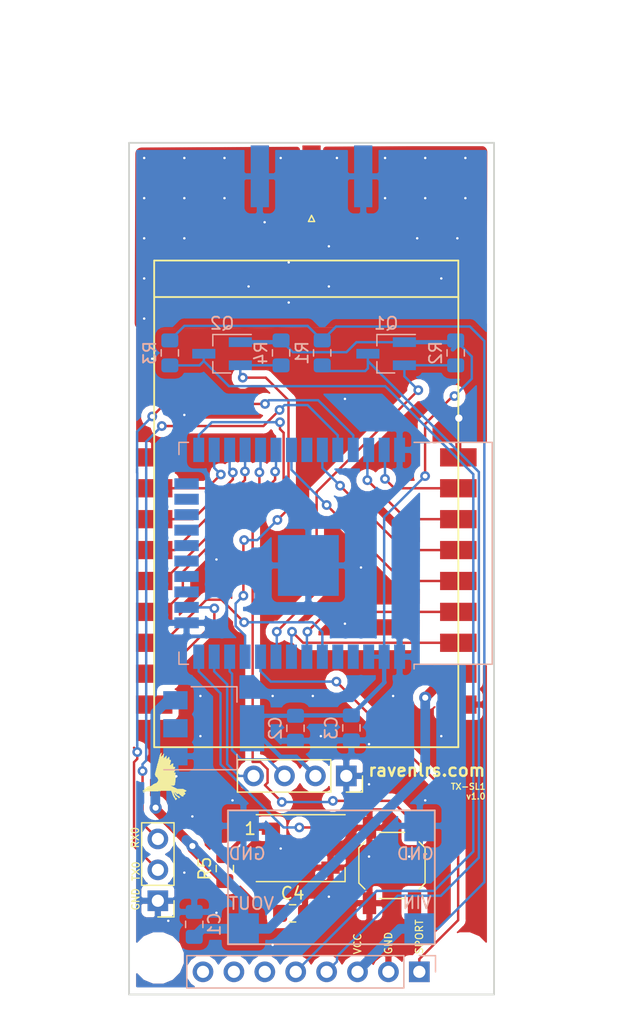
<source format=kicad_pcb>
(kicad_pcb (version 20171130) (host pcbnew "(5.0.1-3-g963ef8bb5)")
  (layers (0 F.Cu signal) (31 B.Cu signal) (34 B.Paste user) (35 F.Paste user) (36 B.SilkS user) (37 F.SilkS user) (38 B.Mask user) (39 F.Mask user) (44 Edge.Cuts user))
  (net 0 "")
  (net 1 +5V)
  (net 2 GND)
  (net 3 +3V3)
  (net 4 VCC)
  (net 5 RX0)
  (net 6 TX0)
  (net 7 IO0=SW1)
  (net 8 /LED_RGB_5V)
  (net 9 IO17=DIO3)
  (net 10 IO13=RST)
  (net 11 IO18=DIO1)
  (net 12 IO5=DIO2)
  (net 13 IO16=DIO4)
  (net 14 IO4=DIO5)
  (net 15 IO32=SCK)
  (net 16 IO35=MISO)
  (net 17 IO23=RXEN)
  (net 18 IO22=TXEN)
  (net 19 IO21=NSS)
  (net 20 IO19=MOSI)
  (net 21 IO27=SCREEN_SCL)
  (net 22 IO14=SCREEN_SDA)
  (net 23 IO25=SPORT)
  (net 24 IO34=DIO0)
  (net 25 /ANT)
  (net 26 /PXX_OUT)
  (net 27 /HEART_BEAT)
  (net 28 IO12=RGBLED)
  (net 29 IO33=HEART_BEAT_3V3)
  (net 30 IO26=PXX_OUT_3V3)
  (module MountingHole:MountingHole_3.2mm_M3_ISO7380 (layer F.Cu) (at 137.4 110.5)
    (fp_text reference REF** hide)
    (fp_text value MountingHole_3.2mm_M3_ISO7380)
    (pad 1 np_thru_hole circle (at 0 0) (size 3.2 3.2) (drill 3.2) (layers *.Cu *.Mask))
  )
  (module Connector_Coaxial:SMA_Amphenol_132289_EdgeMount (layer F.Cu) (at 150 46.2534 90)
    (fp_text reference AE1 hide)
    (fp_text value Antenna_Dipole)
    (pad 2 smd rect (at 0 4.25 180) (size 1.5 5.08) (layers B.Cu B.Paste B.Mask) (net 2 GND))
    (pad 2 smd rect (at 0 -4.25 180) (size 1.5 5.08) (layers B.Cu B.Paste B.Mask) (net 2 GND))
    (pad 2 smd rect (at 0 4.25 180) (size 1.5 5.08) (layers F.Cu F.Paste F.Mask) (net 2 GND))
    (pad 2 smd rect (at 0 -4.25 180) (size 1.5 5.08) (layers F.Cu F.Paste F.Mask) (net 2 GND))
    (pad 1 smd rect (at 0 0 180) (size 1.5 5.08) (layers F.Cu F.Paste F.Mask) (net 25 /ANT))
  )
  (module Raven:5VBEC (layer B.Cu) (at 143.1324 98.36912 270)
    (fp_text reference U1 hide)
    (fp_text value BEC)
    (fp_text user GND (at 3.5578 -15.4049 180) (layer B.SilkS) (effects (justify mirror)))
    (fp_text user VIN (at 7.58698 -15.53972 180) (layer B.SilkS) (effects (justify mirror)))
    (fp_text user VOUT (at 7.65302 -1.92532 180) (layer B.SilkS) (effects (justify mirror)))
    (fp_text user GND (at 3.5578 -1.5746 180) (layer B.SilkS) (effects (justify mirror)))
    (pad 1 smd rect (at 9.73 -15.77 270) (size 2.54 2.54) (layers B.Cu B.Paste B.Mask) (net 4 VCC))
    (pad 2 smd rect (at 1.27 -15.77 270) (size 2.54 2.54) (layers B.Cu B.Paste B.Mask) (net 2 GND))
    (pad 3 smd rect (at 9.73 -1.27 270) (size 2.54 2.54) (layers B.Cu B.Paste B.Mask) (net 1 +5V))
    (pad 4 smd rect (at 1.27 -1.27 270) (size 2.54 2.54) (layers B.Cu B.Paste B.Mask) (net 2 GND))
  )
  (module Capacitor_SMD:C_0805_2012Metric_Pad1.15x1.40mm_HandSolder (layer B.Cu) (at 140.3604 107.7378 90)
    (fp_text reference C1 (at 0 1.65 90) (layer B.SilkS) (effects (justify mirror)))
    (fp_text value 10u)
    (pad 2 smd roundrect (at 1.025 0 90) (size 1.15 1.4) (layers B.Cu B.Paste B.Mask) (roundrect_rratio 0.217391) (net 2 GND))
    (pad 1 smd roundrect (at -1.025 0 90) (size 1.15 1.4) (layers B.Cu B.Paste B.Mask) (roundrect_rratio 0.217391) (net 1 +5V))
  )
  (module Capacitor_SMD:C_0805_2012Metric_Pad1.15x1.40mm_HandSolder (layer B.Cu) (at 148.6789 91.6178 270)
    (fp_text reference C2 (at 0 1.65 270) (layer B.SilkS) (effects (justify mirror)))
    (fp_text value 10u)
    (pad 2 smd roundrect (at 1.025 0 270) (size 1.15 1.4) (layers B.Cu B.Paste B.Mask) (roundrect_rratio 0.217391) (net 2 GND))
    (pad 1 smd roundrect (at -1.025 0 270) (size 1.15 1.4) (layers B.Cu B.Paste B.Mask) (roundrect_rratio 0.217391) (net 3 +3V3))
  )
  (module Capacitor_SMD:C_0805_2012Metric_Pad1.15x1.40mm_HandSolder (layer B.Cu) (at 153.2763 91.5887 270)
    (fp_text reference C3 (at 0 1.65 270) (layer B.SilkS) (effects (justify mirror)))
    (fp_text value 100u)
    (pad 2 smd roundrect (at 1.025 0 270) (size 1.15 1.4) (layers B.Cu B.Paste B.Mask) (roundrect_rratio 0.217391) (net 2 GND))
    (pad 1 smd roundrect (at -1.025 0 270) (size 1.15 1.4) (layers B.Cu B.Paste B.Mask) (roundrect_rratio 0.217391) (net 3 +3V3))
  )
  (module Package_TO_SOT_SMD:SOT-223-3_TabPin2 (layer B.Cu) (at 141.961 91.6178)
    (fp_text reference U2 hide)
    (fp_text value AMS1117-3.3)
    (pad 1 smd rect (at -3.15 2.3) (size 2 1.5) (layers B.Cu B.Paste B.Mask) (net 2 GND))
    (pad 3 smd rect (at -3.15 -2.3) (size 2 1.5) (layers B.Cu B.Paste B.Mask) (net 1 +5V))
    (pad 2 smd rect (at -3.15 0) (size 2 1.5) (layers B.Cu B.Paste B.Mask))
    (pad 2 smd rect (at 3.15 0) (size 2 3.8) (layers B.Cu B.Paste B.Mask) (net 3 +3V3))
  )
  (module Raven:ESP32-WROOM-32 (layer B.Cu) (at 148.9837 77.2377 90)
    (fp_text reference U3 hide)
    (fp_text value ESP32-WROOM)
    (pad 38 smd rect (at 8.5 8.255 90) (size 2 0.9) (layers B.Cu B.Paste B.Mask) (net 2 GND))
    (pad 37 smd rect (at 8.5 6.985 90) (size 2 0.9) (layers B.Cu B.Paste B.Mask) (net 17 IO23=RXEN))
    (pad 36 smd rect (at 8.5 5.715 90) (size 2 0.9) (layers B.Cu B.Paste B.Mask) (net 18 IO22=TXEN))
    (pad 35 smd rect (at 8.5 4.445 90) (size 2 0.9) (layers B.Cu B.Paste B.Mask) (net 6 TX0))
    (pad 34 smd rect (at 8.5 3.175 90) (size 2 0.9) (layers B.Cu B.Paste B.Mask) (net 5 RX0))
    (pad 33 smd rect (at 8.5 1.905 90) (size 2 0.9) (layers B.Cu B.Paste B.Mask) (net 19 IO21=NSS))
    (pad 32 smd rect (at 8.5 0.635 90) (size 2 0.9) (layers B.Cu B.Paste B.Mask))
    (pad 31 smd rect (at 8.5 -0.635 90) (size 2 0.9) (layers B.Cu B.Paste B.Mask) (net 20 IO19=MOSI))
    (pad 30 smd rect (at 8.5 -1.905 90) (size 2 0.9) (layers B.Cu B.Paste B.Mask) (net 11 IO18=DIO1))
    (pad 29 smd rect (at 8.5 -3.175 90) (size 2 0.9) (layers B.Cu B.Paste B.Mask) (net 12 IO5=DIO2))
    (pad 28 smd rect (at 8.5 -4.445 90) (size 2 0.9) (layers B.Cu B.Paste B.Mask) (net 9 IO17=DIO3))
    (pad 27 smd rect (at 8.5 -5.715 90) (size 2 0.9) (layers B.Cu B.Paste B.Mask) (net 13 IO16=DIO4))
    (pad 26 smd rect (at 8.5 -6.985 90) (size 2 0.9) (layers B.Cu B.Paste B.Mask) (net 14 IO4=DIO5))
    (pad 25 smd rect (at 8.5 -8.255 90) (size 2 0.9) (layers B.Cu B.Paste B.Mask) (net 7 IO0=SW1))
    (pad 24 smd rect (at 5.715 -9.255) (size 2 0.9) (layers B.Cu B.Paste B.Mask))
    (pad 23 smd rect (at 4.445 -9.255) (size 2 0.9) (layers B.Cu B.Paste B.Mask))
    (pad 22 smd rect (at 3.175 -9.255) (size 2 0.9) (layers B.Cu B.Paste B.Mask))
    (pad 21 smd rect (at 1.905 -9.255) (size 2 0.9) (layers B.Cu B.Paste B.Mask))
    (pad 20 smd rect (at 0.635 -9.255) (size 2 0.9) (layers B.Cu B.Paste B.Mask))
    (pad 19 smd rect (at -0.635 -9.255) (size 2 0.9) (layers B.Cu B.Paste B.Mask))
    (pad 18 smd rect (at -1.905 -9.255) (size 2 0.9) (layers B.Cu B.Paste B.Mask))
    (pad 17 smd rect (at -3.175 -9.255) (size 2 0.9) (layers B.Cu B.Paste B.Mask))
    (pad 16 smd rect (at -4.445 -9.255) (size 2 0.9) (layers B.Cu B.Paste B.Mask) (net 10 IO13=RST))
    (pad 15 smd rect (at -5.715 -9.255) (size 2 0.9) (layers B.Cu B.Paste B.Mask) (net 2 GND))
    (pad 14 smd rect (at -8.5 -8.255 90) (size 2 0.9) (layers B.Cu B.Paste B.Mask) (net 28 IO12=RGBLED))
    (pad 13 smd rect (at -8.5 -6.985 90) (size 2 0.9) (layers B.Cu B.Paste B.Mask) (net 22 IO14=SCREEN_SDA))
    (pad 12 smd rect (at -8.5 -5.715 90) (size 2 0.9) (layers B.Cu B.Paste B.Mask) (net 21 IO27=SCREEN_SCL))
    (pad 11 smd rect (at -8.5 -4.445 90) (size 2 0.9) (layers B.Cu B.Paste B.Mask) (net 30 IO26=PXX_OUT_3V3))
    (pad 10 smd rect (at -8.5 -3.175 90) (size 2 0.9) (layers B.Cu B.Paste B.Mask) (net 23 IO25=SPORT))
    (pad 9 smd rect (at -8.5 -1.905 90) (size 2 0.9) (layers B.Cu B.Paste B.Mask) (net 29 IO33=HEART_BEAT_3V3))
    (pad 8 smd rect (at -8.5 -0.635 90) (size 2 0.9) (layers B.Cu B.Paste B.Mask) (net 15 IO32=SCK))
    (pad 7 smd rect (at -8.5 0.635 90) (size 2 0.9) (layers B.Cu B.Paste B.Mask) (net 16 IO35=MISO))
    (pad 6 smd rect (at -8.5 1.905 90) (size 2 0.9) (layers B.Cu B.Paste B.Mask) (net 24 IO34=DIO0))
    (pad 5 smd rect (at -8.5 3.175 90) (size 2 0.9) (layers B.Cu B.Paste B.Mask))
    (pad 4 smd rect (at -8.5 4.445 90) (size 2 0.9) (layers B.Cu B.Paste B.Mask))
    (pad 3 smd rect (at -8.5 5.715 90) (size 2 0.9) (layers B.Cu B.Paste B.Mask) (net 3 +3V3))
    (pad 2 smd rect (at -8.5 6.985 90) (size 2 0.9) (layers B.Cu B.Paste B.Mask) (net 3 +3V3))
    (pad 1 smd rect (at -8.5 8.255 90) (size 2 0.9) (layers B.Cu B.Paste B.Mask) (net 2 GND))
    (pad 39 smd rect (at -1 0.755 90) (size 5 5) (layers B.Cu B.Paste B.Mask) (net 2 GND))
  )
  (module Connector_PinSocket_2.54mm:PinSocket_1x08_P2.54mm_Vertical (layer B.Cu) (at 158.85964 111.63808 90)
    (fp_text reference J1 hide)
    (fp_text value Conn_XLite)
    (pad 8 thru_hole oval (at 0 -17.78 90) (size 1.7 1.7) (drill 1) (layers *.Cu *.Mask))
    (pad 7 thru_hole oval (at 0 -15.24 90) (size 1.7 1.7) (drill 1) (layers *.Cu *.Mask))
    (pad 6 thru_hole oval (at 0 -12.7 90) (size 1.7 1.7) (drill 1) (layers *.Cu *.Mask))
    (pad 5 thru_hole oval (at 0 -10.16 90) (size 1.7 1.7) (drill 1) (layers *.Cu *.Mask) (net 26 /PXX_OUT))
    (pad 4 thru_hole oval (at 0 -7.62 90) (size 1.7 1.7) (drill 1) (layers *.Cu *.Mask) (net 27 /HEART_BEAT))
    (pad 3 thru_hole oval (at 0 -5.08 90) (size 1.7 1.7) (drill 1) (layers *.Cu *.Mask) (net 4 VCC))
    (pad 2 thru_hole oval (at 0 -2.54 90) (size 1.7 1.7) (drill 1) (layers *.Cu *.Mask) (net 2 GND))
    (pad 1 thru_hole rect (at 0 0 90) (size 1.7 1.7) (drill 1) (layers *.Cu *.Mask) (net 23 IO25=SPORT))
  )
  (module Resistor_SMD:R_0805_2012Metric_Pad1.15x1.40mm_HandSolder (layer B.Cu) (at 161.8488 60.7658 270)
    (fp_text reference R2 (at 0 1.65 270) (layer B.SilkS) (effects (justify mirror)))
    (fp_text value 10k)
    (pad 1 smd roundrect (at -1.025 0 270) (size 1.15 1.4) (layers B.Cu B.Paste B.Mask) (roundrect_rratio 0.217391) (net 3 +3V3))
    (pad 2 smd roundrect (at 1.025 0 270) (size 1.15 1.4) (layers B.Cu B.Paste B.Mask) (roundrect_rratio 0.217391) (net 29 IO33=HEART_BEAT_3V3))
  )
  (module Capacitor_SMD:C_0805_2012Metric_Pad1.15x1.40mm_HandSolder (layer F.Cu) (at 148.4413 106.8324)
    (fp_text reference C4 (at 0 -1.65) (layer F.SilkS))
    (fp_text value 100n)
    (pad 2 smd roundrect (at 1.025 0) (size 1.15 1.4) (layers F.Cu F.Paste F.Mask) (roundrect_rratio 0.217391) (net 2 GND))
    (pad 1 smd roundrect (at -1.025 0) (size 1.15 1.4) (layers F.Cu F.Paste F.Mask) (roundrect_rratio 0.217391) (net 8 /LED_RGB_5V))
  )
  (module LED_SMD:LED_WS2812B_PLCC4_5.0x5.0mm_P3.2mm (layer F.Cu) (at 149.1096 101.4728)
    (fp_text reference D1 hide)
    (fp_text value WS2812B)
    (fp_text user 1 (at -4.15 -1.6) (layer F.SilkS))
    (pad 1 smd rect (at -2.45 -1.6) (size 1.5 1) (layers F.Cu F.Paste F.Mask) (net 8 /LED_RGB_5V))
    (pad 2 smd rect (at -2.45 1.6) (size 1.5 1) (layers F.Cu F.Paste F.Mask))
    (pad 4 smd rect (at 2.45 -1.6) (size 1.5 1) (layers F.Cu F.Paste F.Mask) (net 28 IO12=RGBLED))
    (pad 3 smd rect (at 2.45 1.6) (size 1.5 1) (layers F.Cu F.Paste F.Mask) (net 2 GND))
  )
  (module Button_Switch_SMD:SW_SPST_SKQG_WithStem (layer F.Cu) (at 156.6122 102.8966 90)
    (fp_text reference SW1 hide)
    (fp_text value SW_Push)
    (pad 2 smd rect (at 3.1 1.85 90) (size 1.8 1.1) (layers F.Cu F.Paste F.Mask) (net 7 IO0=SW1))
    (pad 2 smd rect (at -3.1 1.85 90) (size 1.8 1.1) (layers F.Cu F.Paste F.Mask))
    (pad 1 smd rect (at 3.1 -1.85 90) (size 1.8 1.1) (layers F.Cu F.Paste F.Mask) (net 2 GND))
    (pad 1 smd rect (at -3.1 -1.85 90) (size 1.8 1.1) (layers F.Cu F.Paste F.Mask) (net 2 GND))
  )
  (module Connector_PinSocket_2.54mm:PinSocket_1x04_P2.54mm_Vertical (layer F.Cu) (at 152.8572 95.53448 270)
    (fp_text reference J3 hide)
    (fp_text value Screen)
    (pad 1 thru_hole rect (at 0 0 270) (size 1.7 1.7) (drill 1) (layers *.Cu *.Mask) (net 2 GND))
    (pad 2 thru_hole oval (at 0 2.54 270) (size 1.7 1.7) (drill 1) (layers *.Cu *.Mask) (net 3 +3V3))
    (pad 3 thru_hole oval (at 0 5.08 270) (size 1.7 1.7) (drill 1) (layers *.Cu *.Mask) (net 21 IO27=SCREEN_SCL))
    (pad 4 thru_hole oval (at 0 7.62 270) (size 1.7 1.7) (drill 1) (layers *.Cu *.Mask) (net 22 IO14=SCREEN_SDA))
  )
  (module Raven:E19-433_868_915M30S (layer F.Cu) (at 149.56536 73.17232)
    (fp_text reference U4 hide)
    (fp_text value E19-XXXM30S)
    (pad 9 smd rect (at -12.5 16.5) (size 3 1.5) (layers F.Cu F.Paste F.Mask) (net 2 GND))
    (pad 8 smd rect (at -12.5 13.96) (size 3 1.5) (layers F.Cu F.Paste F.Mask) (net 10 IO13=RST))
    (pad 7 smd rect (at -12.5 11.42) (size 3 1.5) (layers F.Cu F.Paste F.Mask) (net 24 IO34=DIO0))
    (pad 6 smd rect (at -12.5 8.88) (size 3 1.5) (layers F.Cu F.Paste F.Mask) (net 11 IO18=DIO1))
    (pad 5 smd rect (at -12.5 6.34) (size 3 1.5) (layers F.Cu F.Paste F.Mask) (net 12 IO5=DIO2))
    (pad 4 smd rect (at -12.5 3.8) (size 3 1.5) (layers F.Cu F.Paste F.Mask) (net 9 IO17=DIO3))
    (pad 3 smd rect (at -12.5 1.26) (size 3 1.5) (layers F.Cu F.Paste F.Mask) (net 13 IO16=DIO4))
    (pad 2 smd rect (at -12.5 -1.28) (size 3 1.5) (layers F.Cu F.Paste F.Mask) (net 14 IO4=DIO5))
    (pad 1 smd rect (at -12.5 -3.82) (size 3 1.5) (layers F.Cu F.Paste F.Mask) (net 2 GND))
    (pad 16 smd rect (at 12.5 1.26) (size 3 1.5) (layers F.Cu F.Paste F.Mask) (net 18 IO22=TXEN))
    (pad 13 smd rect (at 12.5 8.88) (size 3 1.5) (layers F.Cu F.Paste F.Mask) (net 16 IO35=MISO))
    (pad 10 smd rect (at 12.5 16.5) (size 3 1.5) (layers F.Cu F.Paste F.Mask) (net 2 GND))
    (pad 12 smd rect (at 12.5 11.42) (size 3 1.5) (layers F.Cu F.Paste F.Mask) (net 15 IO32=SCK))
    (pad 15 smd rect (at 12.5 3.8) (size 3 1.5) (layers F.Cu F.Paste F.Mask) (net 19 IO21=NSS))
    (pad 18 smd rect (at 12.5 -3.82) (size 3 1.5) (layers F.Cu F.Paste F.Mask) (net 2 GND))
    (pad 14 smd rect (at 12.5 6.34) (size 3 1.5) (layers F.Cu F.Paste F.Mask) (net 20 IO19=MOSI))
    (pad 11 smd rect (at 12.5 13.96) (size 3 1.5) (layers F.Cu F.Paste F.Mask) (net 1 +5V))
    (pad 17 smd rect (at 12.5 -1.28) (size 3 1.5) (layers F.Cu F.Paste F.Mask) (net 17 IO23=RXEN))
    (pad 19 smd rect (at 7 -20 90) (size 2.2 1.5) (layers F.Cu F.Paste F.Mask) (net 25 /ANT))
    (pad 20 smd rect (at 4.46 -20 90) (size 3 1.5) (layers F.Cu F.Paste F.Mask) (net 2 GND))
    (pad 22 smd rect (at -7 -20 90) (size 2.5 1.5) (layers F.Cu F.Paste F.Mask) (net 2 GND))
    (pad 21 smd rect (at -4.46 -20 90) (size 2.5 1.5) (layers F.Cu F.Paste F.Mask) (net 2 GND))
    (pad 19 smd rect (at 9 -17 90) (size 2.5 1.5) (layers F.Cu F.Paste F.Mask) (net 25 /ANT))
    (pad 20 smd rect (at 6.46 -17 90) (size 2.5 1.5) (layers F.Cu F.Paste F.Mask) (net 2 GND))
    (pad 22 smd rect (at -9 -17 90) (size 2.5 1.5) (layers F.Cu F.Paste F.Mask) (net 2 GND))
    (pad 21 smd rect (at -6.46 -17 90) (size 2.5 1.5) (layers F.Cu F.Paste F.Mask) (net 2 GND))
  )
  (module Connector_PinHeader_2.54mm:PinHeader_1x03_P2.54mm_Vertical (layer F.Cu) (at 137.36828 105.79608 180)
    (fp_text reference J2 hide)
    (fp_text value Programming)
    (pad 1 thru_hole rect (at 0 0 180) (size 1.7 1.7) (drill 1) (layers *.Cu *.Mask) (net 2 GND))
    (pad 2 thru_hole oval (at 0 2.54 180) (size 1.7 1.7) (drill 1) (layers *.Cu *.Mask) (net 6 TX0))
    (pad 3 thru_hole oval (at 0 5.08 180) (size 1.7 1.7) (drill 1) (layers *.Cu *.Mask) (net 5 RX0))
  )
  (module Raven:Raven_Logo (layer F.Cu) (at 137.8966 95.5802)
    (fp_text reference G*** hide)
    (fp_text value LOGO hide)
  )
  (module MountingHole:MountingHole_3.2mm_M3_ISO7380 (layer F.Cu) (at 162.6 110.5)
    (fp_text reference REF** hide)
    (fp_text value MountingHole_3.2mm_M3_ISO7380)
    (pad 1 np_thru_hole circle (at 0 0) (size 3.2 3.2) (drill 3.2) (layers *.Cu *.Mask))
  )
  (module Package_TO_SOT_SMD:SOT-23_Handsoldering (layer B.Cu) (at 156.1324 60.833 180)
    (fp_text reference Q1 (at 0 2.5 180) (layer B.SilkS) (effects (justify mirror)))
    (fp_text value Q_NMOS_GSD)
    (pad 1 smd rect (at -1.5 0.95 180) (size 1.9 0.8) (layers B.Cu B.Paste B.Mask) (net 3 +3V3))
    (pad 2 smd rect (at -1.5 -0.95 180) (size 1.9 0.8) (layers B.Cu B.Paste B.Mask) (net 29 IO33=HEART_BEAT_3V3))
    (pad 3 smd rect (at 1.5 0 180) (size 1.9 0.8) (layers B.Cu B.Paste B.Mask) (net 27 /HEART_BEAT))
  )
  (module Package_TO_SOT_SMD:SOT-23_Handsoldering (layer B.Cu) (at 142.6464 60.833 180)
    (fp_text reference Q2 (at 0 2.5 180) (layer B.SilkS) (effects (justify mirror)))
    (fp_text value Q_NMOS_GSD)
    (pad 3 smd rect (at 1.5 0 180) (size 1.9 0.8) (layers B.Cu B.Paste B.Mask) (net 26 /PXX_OUT))
    (pad 2 smd rect (at -1.5 -0.95 180) (size 1.9 0.8) (layers B.Cu B.Paste B.Mask) (net 30 IO26=PXX_OUT_3V3))
    (pad 1 smd rect (at -1.5 0.95 180) (size 1.9 0.8) (layers B.Cu B.Paste B.Mask) (net 3 +3V3))
  )
  (module Resistor_SMD:R_0805_2012Metric_Pad1.15x1.40mm_HandSolder (layer B.Cu) (at 150.876 60.7658 270)
    (fp_text reference R1 (at 0 1.65 270) (layer B.SilkS) (effects (justify mirror)))
    (fp_text value 10k)
    (pad 2 smd roundrect (at 1.025 0 270) (size 1.15 1.4) (layers B.Cu B.Paste B.Mask) (roundrect_rratio 0.217391) (net 27 /HEART_BEAT))
    (pad 1 smd roundrect (at -1.025 0 270) (size 1.15 1.4) (layers B.Cu B.Paste B.Mask) (roundrect_rratio 0.217391) (net 4 VCC))
  )
  (module Resistor_SMD:R_0805_2012Metric_Pad1.15x1.40mm_HandSolder (layer B.Cu) (at 138.3538 60.7658 270)
    (fp_text reference R3 (at 0 1.65 270) (layer B.SilkS) (effects (justify mirror)))
    (fp_text value 10k)
    (pad 1 smd roundrect (at -1.025 0 270) (size 1.15 1.4) (layers B.Cu B.Paste B.Mask) (roundrect_rratio 0.217391) (net 4 VCC))
    (pad 2 smd roundrect (at 1.025 0 270) (size 1.15 1.4) (layers B.Cu B.Paste B.Mask) (roundrect_rratio 0.217391) (net 26 /PXX_OUT))
  )
  (module Resistor_SMD:R_0805_2012Metric_Pad1.15x1.40mm_HandSolder (layer B.Cu) (at 147.4978 60.7658 270)
    (fp_text reference R4 (at 0 1.65 270) (layer B.SilkS) (effects (justify mirror)))
    (fp_text value 10k)
    (pad 2 smd roundrect (at 1.025 0 270) (size 1.15 1.4) (layers B.Cu B.Paste B.Mask) (roundrect_rratio 0.217391) (net 30 IO26=PXX_OUT_3V3))
    (pad 1 smd roundrect (at -1.025 0 270) (size 1.15 1.4) (layers B.Cu B.Paste B.Mask) (roundrect_rratio 0.217391) (net 3 +3V3))
  )
  (module Resistor_SMD:R_0805_2012Metric_Pad1.15x1.40mm_HandSolder (layer F.Cu) (at 142.875 103.1494 90)
    (fp_text reference R5 (at 0 -1.65 90) (layer F.SilkS))
    (fp_text value 75)
    (pad 2 smd roundrect (at 1.025 0 90) (size 1.15 1.4) (layers F.Cu F.Paste F.Mask) (roundrect_rratio 0.217391) (net 8 /LED_RGB_5V))
    (pad 1 smd roundrect (at -1.025 0 90) (size 1.15 1.4) (layers F.Cu F.Paste F.Mask) (roundrect_rratio 0.217391) (net 1 +5V))
  )
  (gr_text "TX-SL1\nv1.0" (at 164.359615 96.8121) (layer F.SilkS) (effects (font (size 0.5 0.5) (thickness 0.1)) (justify right)))
  (gr_text ravenlrs.com (at 159.4739 95.0722) (layer F.SilkS) (effects (font (size 1 1) (thickness 0.2))))
  (gr_text GND (at 135.5471 105.6767 90) (layer F.SilkS) (effects (font (size 0.6 0.6) (thickness 0.1))))
  (gr_text RX0 (at 135.509 100.6094 90) (layer F.SilkS) (effects (font (size 0.6 0.6) (thickness 0.1))))
  (gr_text TX0 (at 135.5725 103.3653 90) (layer F.SilkS) (effects (font (size 0.6 0.6) (thickness 0.1))))
  (gr_text VCC (at 153.78154 109.334228 90) (layer F.SilkS) (effects (font (size 0.6 0.6) (thickness 0.1))))
  (gr_text GND (at 156.32154 109.277086 90) (layer F.SilkS) (effects (font (size 0.6 0.6) (thickness 0.1))))
  (gr_text SPORT (at 158.86154 108.7628 90) (layer F.SilkS) (effects (font (size 0.6 0.6) (thickness 0.1))))
  (gr_line (start 165 43.5) (end 135 43.5) (layer Edge.Cuts) (width 0.15))
  (gr_line (start 165 113.5) (end 165 43.5) (layer Edge.Cuts) (width 0.15))
  (gr_line (start 135 113.5) (end 165 113.5) (layer Edge.Cuts) (width 0.15))
  (gr_line (start 135 43.5) (end 135 113.5) (layer Edge.Cuts) (width 0.15))
  (segment (start 141.02408 108.09912) (end 140.3604 108.7628) (width 0.8) (layer B.Cu) (net 1))
  (segment (start 144.4024 108.09912) (end 141.02408 108.09912) (width 0.8) (layer B.Cu) (net 1))
  (via (at 140.208001 101.295199) (size 1) (drill 0.5) (layers F.Cu B.Cu) (net 1))
  (segment (start 140.208001 101.507401) (end 140.208001 101.295199) (width 0.8) (layer F.Cu) (net 1))
  (segment (start 144.4024 108.09912) (end 144.4024 105.489598) (width 0.8) (layer B.Cu) (net 1))
  (segment (start 137.160999 90.347799) (end 137.160999 98.248197) (width 0.8) (layer B.Cu) (net 1))
  (segment (start 144.4024 105.489598) (end 140.708 101.795198) (width 0.8) (layer B.Cu) (net 1))
  (segment (start 142.875 104.1744) (end 140.208001 101.507401) (width 0.8) (layer F.Cu) (net 1))
  (segment (start 139.708002 100.7952) (end 140.208001 101.295199) (width 0.8) (layer B.Cu) (net 1))
  (segment (start 138.811 89.3178) (end 138.190998 89.3178) (width 0.8) (layer B.Cu) (net 1))
  (segment (start 138.190998 89.3178) (end 137.160999 90.347799) (width 0.8) (layer B.Cu) (net 1))
  (segment (start 140.708 101.795198) (end 140.208001 101.295199) (width 0.8) (layer B.Cu) (net 1))
  (via (at 159.344482 89.103198) (size 1) (drill 0.5) (layers F.Cu B.Cu) (net 1))
  (segment (start 161.31536 87.13232) (end 159.76536 88.68232) (width 0.8) (layer F.Cu) (net 1))
  (segment (start 159.344482 89.810304) (end 159.344482 89.103198) (width 0.8) (layer B.Cu) (net 1))
  (segment (start 144.4024 108.09912) (end 146.4724 108.09912) (width 0.8) (layer B.Cu) (net 1))
  (segment (start 146.4724 108.09912) (end 159.344482 95.227038) (width 0.8) (layer B.Cu) (net 1))
  (segment (start 162.06536 87.13232) (end 161.31536 87.13232) (width 0.8) (layer F.Cu) (net 1))
  (segment (start 159.76536 88.68232) (end 159.344482 89.103198) (width 0.8) (layer F.Cu) (net 1))
  (segment (start 159.344482 95.227038) (end 159.344482 89.810304) (width 0.8) (layer B.Cu) (net 1))
  (via (at 137.1854 98.1456) (size 1) (drill 0.5) (layers F.Cu B.Cu) (net 1))
  (segment (start 137.1854 98.272598) (end 140.208001 101.295199) (width 0.8) (layer F.Cu) (net 1))
  (segment (start 137.1854 98.1456) (end 137.1854 98.272598) (width 0.8) (layer F.Cu) (net 1))
  (segment (start 162.06536 66.16888) (end 162.10788 66.12636) (width 0.35) (layer F.Cu) (net 2))
  (segment (start 162.06536 69.35232) (end 162.06536 66.16888) (width 0.5) (layer F.Cu) (net 2))
  (via (at 162.10788 66.12636) (size 1) (drill 0.6) (layers F.Cu B.Cu) (net 2))
  (via (at 136.244999 44.744999) (size 0.46) (drill 0.2) (layers F.Cu B.Cu) (net 2))
  (via (at 136.244999 48.044999) (size 0.46) (drill 0.2) (layers F.Cu B.Cu) (net 2))
  (via (at 136.244999 51.344999) (size 0.46) (drill 0.2) (layers F.Cu B.Cu) (net 2))
  (via (at 136.244999 54.644999) (size 0.46) (drill 0.2) (layers F.Cu B.Cu) (net 2))
  (via (at 136.244999 57.944999) (size 0.46) (drill 0.2) (layers F.Cu B.Cu) (net 2))
  (via (at 136.904999 61.244999) (size 0.46) (drill 0.2) (layers F.Cu B.Cu) (net 2))
  (via (at 138.224999 107.444999) (size 0.46) (drill 0.2) (layers F.Cu B.Cu) (net 2))
  (via (at 138.884999 95.564999) (size 0.46) (drill 0.2) (layers F.Cu B.Cu) (net 2))
  (via (at 139.544999 44.744999) (size 0.46) (drill 0.2) (layers F.Cu B.Cu) (net 2))
  (via (at 139.544999 48.044999) (size 0.46) (drill 0.2) (layers F.Cu B.Cu) (net 2))
  (via (at 139.544999 51.344999) (size 0.46) (drill 0.2) (layers F.Cu B.Cu) (net 2))
  (via (at 139.544999 65.864999) (size 0.46) (drill 0.2) (layers F.Cu B.Cu) (net 2))
  (via (at 139.544999 103.484999) (size 0.46) (drill 0.2) (layers F.Cu B.Cu) (net 2))
  (via (at 140.204999 98.864999) (size 0.46) (drill 0.2) (layers F.Cu B.Cu) (net 2))
  (via (at 140.864999 88.964999) (size 0.46) (drill 0.2) (layers F.Cu B.Cu) (net 2))
  (via (at 140.864999 92.264999) (size 0.46) (drill 0.2) (layers F.Cu B.Cu) (net 2))
  (via (at 142.184999 77.744999) (size 0.46) (drill 0.2) (layers F.Cu B.Cu) (net 2))
  (via (at 142.184999 106.784999) (size 0.46) (drill 0.2) (layers F.Cu B.Cu) (net 2))
  (via (at 142.844999 44.744999) (size 0.46) (drill 0.2) (layers F.Cu B.Cu) (net 2))
  (via (at 142.844999 48.044999) (size 0.46) (drill 0.2) (layers F.Cu B.Cu) (net 2))
  (via (at 143.504999 97.544999) (size 0.46) (drill 0.2) (layers F.Cu B.Cu) (net 2))
  (via (at 144.824999 55.304999) (size 0.46) (drill 0.2) (layers F.Cu B.Cu) (net 2))
  (via (at 146.144999 50.024999) (size 0.46) (drill 0.2) (layers F.Cu B.Cu) (net 2))
  (via (at 146.804999 88.964999) (size 0.46) (drill 0.2) (layers F.Cu B.Cu) (net 2))
  (via (at 146.804999 109.424999) (size 0.46) (drill 0.2) (layers F.Cu B.Cu) (net 2))
  (via (at 147.464999 44.744999) (size 0.46) (drill 0.2) (layers F.Cu B.Cu) (net 2))
  (via (at 147.464999 101.504999) (size 0.46) (drill 0.2) (layers F.Cu B.Cu) (net 2))
  (via (at 148.124999 53.324999) (size 0.46) (drill 0.2) (layers F.Cu B.Cu) (net 2))
  (via (at 148.124999 56.624999) (size 0.46) (drill 0.2) (layers F.Cu B.Cu) (net 2))
  (via (at 150.104999 88.964999) (size 0.46) (drill 0.2) (layers F.Cu B.Cu) (net 2))
  (via (at 150.764999 92.264999) (size 0.46) (drill 0.2) (layers F.Cu B.Cu) (net 2))
  (via (at 151.424999 52.004999) (size 0.46) (drill 0.2) (layers F.Cu B.Cu) (net 2))
  (via (at 151.424999 55.304999) (size 0.46) (drill 0.2) (layers F.Cu B.Cu) (net 2))
  (via (at 151.424999 105.464999) (size 0.46) (drill 0.2) (layers F.Cu B.Cu) (net 2))
  (via (at 152.084999 44.744999) (size 0.46) (drill 0.2) (layers F.Cu B.Cu) (net 2))
  (via (at 152.744999 64.544999) (size 0.46) (drill 0.2) (layers F.Cu B.Cu) (net 2))
  (via (at 152.744999 83.024999) (size 0.46) (drill 0.2) (layers F.Cu B.Cu) (net 2))
  (via (at 154.064999 78.404999) (size 0.46) (drill 0.2) (layers F.Cu B.Cu) (net 2))
  (via (at 154.724999 92.924999) (size 0.46) (drill 0.2) (layers F.Cu B.Cu) (net 2))
  (via (at 154.724999 96.224999) (size 0.46) (drill 0.2) (layers F.Cu B.Cu) (net 2))
  (via (at 154.724999 102.164999) (size 0.46) (drill 0.2) (layers F.Cu B.Cu) (net 2))
  (via (at 156.044999 44.744999) (size 0.46) (drill 0.2) (layers F.Cu B.Cu) (net 2))
  (via (at 156.044999 48.044999) (size 0.46) (drill 0.2) (layers F.Cu B.Cu) (net 2))
  (via (at 156.704999 88.964999) (size 0.46) (drill 0.2) (layers F.Cu B.Cu) (net 2))
  (via (at 158.024999 102.164999) (size 0.46) (drill 0.2) (layers F.Cu B.Cu) (net 2))
  (via (at 158.684999 51.344999) (size 0.46) (drill 0.2) (layers F.Cu B.Cu) (net 2))
  (via (at 159.344999 44.744999) (size 0.46) (drill 0.2) (layers F.Cu B.Cu) (net 2))
  (via (at 159.344999 48.044999) (size 0.46) (drill 0.2) (layers F.Cu B.Cu) (net 2))
  (via (at 159.344999 97.544999) (size 0.46) (drill 0.2) (layers F.Cu B.Cu) (net 2))
  (via (at 160.664999 54.644999) (size 0.46) (drill 0.2) (layers F.Cu B.Cu) (net 2))
  (via (at 160.664999 92.264999) (size 0.46) (drill 0.2) (layers F.Cu B.Cu) (net 2))
  (via (at 161.984999 51.344999) (size 0.46) (drill 0.2) (layers F.Cu B.Cu) (net 2))
  (via (at 162.644999 44.744999) (size 0.46) (drill 0.2) (layers F.Cu B.Cu) (net 2))
  (via (at 162.644999 48.044999) (size 0.46) (drill 0.2) (layers F.Cu B.Cu) (net 2))
  (segment (start 155.9687 85.7377) (end 154.6987 85.7377) (width 0.35) (layer B.Cu) (net 3))
  (segment (start 146.136 90.5928) (end 145.111 91.6178) (width 0.35) (layer B.Cu) (net 3))
  (segment (start 148.6789 90.5928) (end 146.136 90.5928) (width 0.35) (layer B.Cu) (net 3))
  (segment (start 148.708 90.5637) (end 148.6789 90.5928) (width 0.35) (layer B.Cu) (net 3))
  (segment (start 153.2763 90.5637) (end 148.708 90.5637) (width 0.35) (layer B.Cu) (net 3))
  (segment (start 153.2763 90.5637) (end 156.0068 87.8332) (width 0.35) (layer B.Cu) (net 3))
  (segment (start 155.9687 87.7951) (end 155.9687 85.7377) (width 0.35) (layer B.Cu) (net 3))
  (segment (start 156.0068 87.8332) (end 155.9687 87.7951) (width 0.35) (layer B.Cu) (net 3))
  (segment (start 147.4478 93.9546) (end 145.111 91.6178) (width 0.35) (layer B.Cu) (net 3))
  (segment (start 148.73732 93.9546) (end 147.4478 93.9546) (width 0.35) (layer B.Cu) (net 3))
  (segment (start 150.3172 95.53448) (end 148.73732 93.9546) (width 0.35) (layer B.Cu) (net 3))
  (segment (start 147.363 59.883) (end 147.4978 59.7482) (width 0.35) (layer B.Cu) (net 3))
  (segment (start 144.1464 59.883) (end 147.363 59.883) (width 0.35) (layer B.Cu) (net 3))
  (segment (start 161.6062 60.4824) (end 161.8488 60.2398) (width 0.35) (layer B.Cu) (net 3))
  (segment (start 161.7066 59.883) (end 161.8488 59.7408) (width 0.35) (layer B.Cu) (net 3))
  (segment (start 157.6324 59.883) (end 161.7066 59.883) (width 0.35) (layer B.Cu) (net 3))
  (segment (start 155.9687 74.2569) (end 159.3342 70.8914) (width 0.2) (layer B.Cu) (net 3))
  (via (at 159.3342 70.8914) (size 0.8) (drill 0.4) (layers F.Cu B.Cu) (net 3))
  (segment (start 155.9687 85.7377) (end 155.9687 74.2569) (width 0.2) (layer B.Cu) (net 3))
  (segment (start 161.6202 64.3128) (end 161.7472 64.3128) (width 0.2) (layer F.Cu) (net 3))
  (via (at 161.7472 64.3128) (size 0.8) (drill 0.4) (layers F.Cu B.Cu) (net 3))
  (segment (start 159.3342 66.5988) (end 161.6202 64.3128) (width 0.2) (layer F.Cu) (net 3))
  (segment (start 159.3342 70.8914) (end 159.3342 66.5988) (width 0.2) (layer F.Cu) (net 3))
  (segment (start 162.472172 60.364172) (end 161.8488 59.7408) (width 0.2) (layer B.Cu) (net 3))
  (segment (start 163.1696 61.0616) (end 162.472172 60.364172) (width 0.2) (layer B.Cu) (net 3))
  (segment (start 163.1696 62.8904) (end 163.1696 61.0616) (width 0.2) (layer B.Cu) (net 3))
  (segment (start 161.7472 64.3128) (end 163.1696 62.8904) (width 0.2) (layer B.Cu) (net 3))
  (segment (start 156.4824 59.883) (end 157.6324 59.883) (width 0.2) (layer B.Cu) (net 3))
  (segment (start 153.692398 59.883) (end 156.4824 59.883) (width 0.2) (layer B.Cu) (net 3))
  (segment (start 152.869398 60.706) (end 153.692398 59.883) (width 0.2) (layer B.Cu) (net 3))
  (segment (start 148.463 60.706) (end 152.869398 60.706) (width 0.2) (layer B.Cu) (net 3))
  (segment (start 147.4978 59.7408) (end 148.463 60.706) (width 0.2) (layer B.Cu) (net 3))
  (segment (start 157.2686 108.09912) (end 158.9024 108.09912) (width 0.8) (layer B.Cu) (net 4))
  (segment (start 153.72964 111.63808) (end 157.2686 108.09912) (width 0.8) (layer B.Cu) (net 4))
  (segment (start 151.499372 59.117428) (end 150.876 59.7408) (width 0.2) (layer B.Cu) (net 4))
  (segment (start 152.019 58.5978) (end 151.499372 59.117428) (width 0.2) (layer B.Cu) (net 4))
  (segment (start 164.20381 59.78441) (end 163.0172 58.5978) (width 0.2) (layer B.Cu) (net 4))
  (segment (start 158.9024 108.09912) (end 160.3724 108.09912) (width 0.2) (layer B.Cu) (net 4))
  (segment (start 163.0172 58.5978) (end 152.019 58.5978) (width 0.2) (layer B.Cu) (net 4))
  (segment (start 164.20381 104.26771) (end 164.20381 59.78441) (width 0.2) (layer B.Cu) (net 4))
  (segment (start 160.3724 108.09912) (end 164.20381 104.26771) (width 0.2) (layer B.Cu) (net 4))
  (segment (start 138.977172 59.117428) (end 138.3538 59.7408) (width 0.2) (layer B.Cu) (net 4))
  (segment (start 139.5476 58.547) (end 138.977172 59.117428) (width 0.2) (layer B.Cu) (net 4))
  (segment (start 149.6822 58.547) (end 139.5476 58.547) (width 0.2) (layer B.Cu) (net 4))
  (segment (start 150.876 59.7408) (end 149.6822 58.547) (width 0.2) (layer B.Cu) (net 4))
  (via (at 136.110989 95.13316) (size 0.8) (drill 0.4) (layers F.Cu B.Cu) (net 5))
  (segment (start 152.1587 68.7377) (end 152.1587 67.5377) (width 0.2) (layer B.Cu) (net 5))
  (segment (start 136.110989 99.458789) (end 137.36828 100.71608) (width 0.2) (layer F.Cu) (net 5))
  (segment (start 136.110989 95.13316) (end 136.110989 99.458789) (width 0.2) (layer F.Cu) (net 5))
  (via (at 147.3708 65.4558) (size 0.8) (drill 0.4) (layers F.Cu B.Cu) (net 5))
  (segment (start 147.770799 65.055801) (end 149.676801 65.055801) (width 0.2) (layer B.Cu) (net 5))
  (segment (start 147.3708 65.4558) (end 147.770799 65.055801) (width 0.2) (layer B.Cu) (net 5))
  (segment (start 150.1276 65.5066) (end 150.00822 65.38722) (width 0.2) (layer B.Cu) (net 5))
  (segment (start 149.676801 65.055801) (end 150.1276 65.5066) (width 0.2) (layer B.Cu) (net 5))
  (segment (start 152.1587 67.5377) (end 150.1276 65.5066) (width 0.2) (layer B.Cu) (net 5))
  (via (at 137.6934 66.7766) (size 0.8) (drill 0.4) (layers F.Cu B.Cu) (net 5))
  (segment (start 146.05 66.7766) (end 138.259085 66.7766) (width 0.2) (layer F.Cu) (net 5))
  (segment (start 136.410988 68.059012) (end 137.293401 67.176599) (width 0.2) (layer B.Cu) (net 5))
  (segment (start 147.3708 65.4558) (end 146.05 66.7766) (width 0.2) (layer F.Cu) (net 5))
  (segment (start 138.259085 66.7766) (end 137.6934 66.7766) (width 0.2) (layer F.Cu) (net 5))
  (segment (start 136.410988 94.267476) (end 136.410988 68.059012) (width 0.2) (layer B.Cu) (net 5))
  (segment (start 136.110989 95.13316) (end 136.110989 94.567475) (width 0.2) (layer B.Cu) (net 5))
  (segment (start 136.110989 94.567475) (end 136.410988 94.267476) (width 0.2) (layer B.Cu) (net 5))
  (segment (start 137.293401 67.176599) (end 137.6934 66.7766) (width 0.2) (layer B.Cu) (net 5))
  (segment (start 150.878209 64.987209) (end 153.4287 67.5377) (width 0.2) (layer B.Cu) (net 6))
  (segment (start 153.4287 67.5377) (end 153.4287 68.7377) (width 0.2) (layer B.Cu) (net 6))
  (segment (start 146.480209 64.655791) (end 146.177 64.959) (width 0.2) (layer B.Cu) (net 6))
  (via (at 146.177 64.959) (size 0.8) (drill 0.4) (layers F.Cu B.Cu) (net 6))
  (segment (start 150.546791 64.655791) (end 146.480209 64.655791) (width 0.2) (layer B.Cu) (net 6))
  (segment (start 150.878209 64.987209) (end 150.546791 64.655791) (width 0.2) (layer B.Cu) (net 6))
  (segment (start 135.662709 70.612) (end 135.662709 70.288831) (width 0.2) (layer B.Cu) (net 6))
  (segment (start 136.506001 66.389199) (end 136.906 65.9892) (width 0.2) (layer B.Cu) (net 6))
  (segment (start 135.662709 67.232491) (end 136.506001 66.389199) (width 0.2) (layer B.Cu) (net 6))
  (segment (start 137.9362 64.959) (end 137.305999 65.589201) (width 0.2) (layer F.Cu) (net 6))
  (segment (start 146.177 64.959) (end 137.9362 64.959) (width 0.2) (layer F.Cu) (net 6))
  (via (at 136.906 65.9892) (size 0.8) (drill 0.4) (layers F.Cu B.Cu) (net 6))
  (segment (start 135.662709 70.612) (end 135.662709 67.232491) (width 0.2) (layer B.Cu) (net 6))
  (segment (start 137.305999 65.589201) (end 136.906 65.9892) (width 0.2) (layer F.Cu) (net 6))
  (via (at 135.67501 93.5736) (size 0.8) (drill 0.4) (layers F.Cu B.Cu) (net 6))
  (segment (start 135.662709 70.612) (end 135.67501 70.624301) (width 0.2) (layer B.Cu) (net 6))
  (segment (start 135.67501 93.007915) (end 135.67501 93.5736) (width 0.2) (layer B.Cu) (net 6))
  (segment (start 135.410988 93.222932) (end 135.67501 93.486954) (width 0.2) (layer F.Cu) (net 6))
  (segment (start 135.410988 94.403307) (end 135.67501 94.139285) (width 0.2) (layer F.Cu) (net 6))
  (segment (start 135.67501 93.486954) (end 135.67501 93.5736) (width 0.2) (layer F.Cu) (net 6))
  (segment (start 135.410988 101.298788) (end 135.410988 94.403307) (width 0.2) (layer F.Cu) (net 6))
  (segment (start 135.67501 70.624301) (end 135.67501 93.007915) (width 0.2) (layer B.Cu) (net 6))
  (segment (start 137.36828 103.25608) (end 135.410988 101.298788) (width 0.2) (layer F.Cu) (net 6))
  (segment (start 135.67501 94.139285) (end 135.67501 93.5736) (width 0.2) (layer F.Cu) (net 6))
  (via (at 147.55876 97.68078) (size 0.8) (drill 0.4) (layers F.Cu B.Cu) (net 7))
  (via (at 151.75484 97.58426) (size 0.8) (drill 0.4) (layers F.Cu B.Cu) (net 7))
  (segment (start 151.65832 97.68078) (end 151.75484 97.58426) (width 0.2) (layer B.Cu) (net 7))
  (segment (start 147.55876 97.68078) (end 151.65832 97.68078) (width 0.2) (layer B.Cu) (net 7))
  (segment (start 158.4622 99.4466) (end 158.4622 99.7966) (width 0.2) (layer F.Cu) (net 7))
  (segment (start 156.59986 97.58426) (end 158.4622 99.4466) (width 0.2) (layer F.Cu) (net 7))
  (segment (start 151.75484 97.58426) (end 156.59986 97.58426) (width 0.2) (layer F.Cu) (net 7))
  (segment (start 140.7287 68.7377) (end 140.7287 67.5377) (width 0.2) (layer B.Cu) (net 7))
  (segment (start 146.841705 66.46164) (end 147.40739 66.46164) (width 0.2) (layer B.Cu) (net 7))
  (segment (start 140.7287 67.5377) (end 141.80476 66.46164) (width 0.2) (layer B.Cu) (net 7))
  (via (at 147.40739 66.46164) (size 0.8) (drill 0.4) (layers F.Cu B.Cu) (net 7))
  (segment (start 141.80476 66.46164) (end 146.841705 66.46164) (width 0.2) (layer B.Cu) (net 7))
  (segment (start 147.707389 67.327324) (end 147.40739 67.027325) (width 0.2) (layer F.Cu) (net 7))
  (segment (start 145.161 74.60742) (end 147.707389 72.061031) (width 0.2) (layer F.Cu) (net 7))
  (segment (start 145.161 94.384479) (end 145.161 74.60742) (width 0.2) (layer F.Cu) (net 7))
  (segment (start 145.789201 94.384479) (end 145.161 94.384479) (width 0.2) (layer F.Cu) (net 7))
  (segment (start 146.387201 94.982479) (end 145.789201 94.384479) (width 0.2) (layer F.Cu) (net 7))
  (segment (start 147.40739 67.027325) (end 147.40739 66.46164) (width 0.2) (layer F.Cu) (net 7))
  (segment (start 146.387201 96.086481) (end 146.387201 94.982479) (width 0.2) (layer F.Cu) (net 7))
  (segment (start 146.175831 96.297851) (end 146.387201 96.086481) (width 0.2) (layer F.Cu) (net 7))
  (segment (start 147.55876 97.68078) (end 146.175831 96.297851) (width 0.2) (layer F.Cu) (net 7))
  (segment (start 147.707389 72.061031) (end 147.707389 67.327324) (width 0.2) (layer F.Cu) (net 7))
  (segment (start 142.875 102.2911) (end 142.875 102.1244) (width 0.35) (layer F.Cu) (net 8))
  (segment (start 147.4163 106.8324) (end 142.875 102.2911) (width 0.35) (layer F.Cu) (net 8))
  (segment (start 145.1266 99.8728) (end 146.6596 99.8728) (width 0.35) (layer F.Cu) (net 8))
  (segment (start 142.875 102.1244) (end 145.1266 99.8728) (width 0.35) (layer F.Cu) (net 8))
  (via (at 144.527388 70.507132) (size 0.8) (drill 0.4) (layers F.Cu B.Cu) (net 9))
  (segment (start 144.527388 71.072817) (end 144.527388 70.507132) (width 0.2) (layer F.Cu) (net 9))
  (segment (start 138.76536 76.97232) (end 144.527388 71.210292) (width 0.2) (layer F.Cu) (net 9))
  (segment (start 144.5387 68.7377) (end 144.5387 70.49582) (width 0.2) (layer B.Cu) (net 9))
  (segment (start 144.5387 70.49582) (end 144.527388 70.507132) (width 0.2) (layer B.Cu) (net 9))
  (segment (start 137.06536 76.97232) (end 138.76536 76.97232) (width 0.2) (layer F.Cu) (net 9))
  (segment (start 144.527388 71.210292) (end 144.527388 71.072817) (width 0.2) (layer F.Cu) (net 9))
  (via (at 142.0114 81.7626) (size 0.8) (drill 0.4) (layers F.Cu B.Cu) (net 10))
  (segment (start 139.7287 81.6827) (end 141.9315 81.6827) (width 0.2) (layer B.Cu) (net 10))
  (segment (start 137.81536 87.13232) (end 142.0114 82.93628) (width 0.2) (layer F.Cu) (net 10))
  (segment (start 141.9315 81.6827) (end 142.0114 81.7626) (width 0.2) (layer B.Cu) (net 10))
  (segment (start 137.06536 87.13232) (end 137.81536 87.13232) (width 0.2) (layer F.Cu) (net 10))
  (segment (start 142.0114 82.93628) (end 142.0114 82.328285) (width 0.2) (layer F.Cu) (net 10))
  (segment (start 142.0114 82.328285) (end 142.0114 81.7626) (width 0.2) (layer F.Cu) (net 10))
  (segment (start 137.81536 82.05232) (end 139.4206 80.44708) (width 0.2) (layer F.Cu) (net 11))
  (segment (start 147.0787 68.7377) (end 147.0787 70.449239) (width 0.2) (layer B.Cu) (net 11))
  (via (at 147.007379 70.52056) (size 0.8) (drill 0.4) (layers F.Cu B.Cu) (net 11))
  (segment (start 139.4206 78.772285) (end 147.007379 71.185506) (width 0.2) (layer F.Cu) (net 11))
  (segment (start 147.0787 70.449239) (end 147.007379 70.52056) (width 0.2) (layer B.Cu) (net 11))
  (segment (start 147.007379 71.185506) (end 147.007379 71.086245) (width 0.2) (layer F.Cu) (net 11))
  (segment (start 137.06536 82.05232) (end 137.81536 82.05232) (width 0.2) (layer F.Cu) (net 11))
  (segment (start 139.4206 80.44708) (end 139.4206 78.772285) (width 0.2) (layer F.Cu) (net 11))
  (segment (start 147.007379 71.086245) (end 147.007379 70.52056) (width 0.2) (layer F.Cu) (net 11))
  (via (at 145.71472 70.58152) (size 0.8) (drill 0.4) (layers F.Cu B.Cu) (net 12))
  (segment (start 137.06536 79.51232) (end 137.81536 79.51232) (width 0.2) (layer F.Cu) (net 12))
  (segment (start 145.8087 68.7377) (end 145.8087 70.48754) (width 0.2) (layer B.Cu) (net 12))
  (segment (start 137.81536 79.51232) (end 145.71472 71.61296) (width 0.2) (layer F.Cu) (net 12))
  (segment (start 145.71472 71.147205) (end 145.71472 70.58152) (width 0.2) (layer F.Cu) (net 12))
  (segment (start 145.71472 71.61296) (end 145.71472 71.147205) (width 0.2) (layer F.Cu) (net 12))
  (segment (start 145.8087 70.48754) (end 145.71472 70.58152) (width 0.2) (layer B.Cu) (net 12))
  (via (at 143.531272 70.595317) (size 0.8) (drill 0.4) (layers F.Cu B.Cu) (net 13))
  (segment (start 140.259954 74.43232) (end 143.531272 71.161002) (width 0.2) (layer F.Cu) (net 13))
  (segment (start 143.531272 71.161002) (end 143.531272 70.595317) (width 0.2) (layer F.Cu) (net 13))
  (segment (start 143.2687 70.332745) (end 143.531272 70.595317) (width 0.2) (layer B.Cu) (net 13))
  (segment (start 143.2687 68.7377) (end 143.2687 70.332745) (width 0.2) (layer B.Cu) (net 13))
  (segment (start 137.06536 74.43232) (end 140.259954 74.43232) (width 0.2) (layer F.Cu) (net 13))
  (via (at 142.5448 70.75932) (size 0.8) (drill 0.4) (layers F.Cu B.Cu) (net 14))
  (segment (start 137.06536 71.89232) (end 141.4118 71.89232) (width 0.2) (layer F.Cu) (net 14))
  (segment (start 141.4118 71.89232) (end 142.144801 71.159319) (width 0.2) (layer F.Cu) (net 14))
  (segment (start 142.144801 71.159319) (end 142.5448 70.75932) (width 0.2) (layer F.Cu) (net 14))
  (segment (start 141.9987 68.7377) (end 141.9987 70.21322) (width 0.2) (layer B.Cu) (net 14))
  (segment (start 141.9987 70.21322) (end 142.144801 70.359321) (width 0.2) (layer B.Cu) (net 14))
  (segment (start 142.144801 70.359321) (end 142.5448 70.75932) (width 0.2) (layer B.Cu) (net 14))
  (segment (start 148.3487 83.73007) (end 148.39696 83.68181) (width 0.2) (layer B.Cu) (net 15))
  (segment (start 148.3487 85.7377) (end 148.3487 83.73007) (width 0.2) (layer B.Cu) (net 15))
  (segment (start 148.796959 84.081809) (end 148.39696 83.68181) (width 0.2) (layer F.Cu) (net 15))
  (via (at 148.39696 83.68181) (size 0.8) (drill 0.4) (layers F.Cu B.Cu) (net 15))
  (segment (start 162.06536 84.59232) (end 149.30747 84.59232) (width 0.2) (layer F.Cu) (net 15))
  (segment (start 149.30747 84.59232) (end 148.796959 84.081809) (width 0.2) (layer F.Cu) (net 15))
  (segment (start 149.6187 85.7377) (end 149.6187 83.72499) (width 0.2) (layer B.Cu) (net 16))
  (segment (start 162.06536 82.05232) (end 151.29137 82.05232) (width 0.2) (layer F.Cu) (net 16))
  (segment (start 151.29137 82.05232) (end 150.061879 83.281811) (width 0.2) (layer F.Cu) (net 16))
  (segment (start 150.061879 83.281811) (end 149.66188 83.68181) (width 0.2) (layer F.Cu) (net 16))
  (segment (start 149.6187 83.72499) (end 149.66188 83.68181) (width 0.2) (layer B.Cu) (net 16))
  (via (at 149.66188 83.68181) (size 0.8) (drill 0.4) (layers F.Cu B.Cu) (net 16))
  (via (at 156.03728 71.12) (size 0.8) (drill 0.4) (layers F.Cu B.Cu) (net 17))
  (segment (start 156.8096 71.89232) (end 156.03728 71.12) (width 0.2) (layer F.Cu) (net 17))
  (segment (start 162.06536 71.89232) (end 156.8096 71.89232) (width 0.2) (layer F.Cu) (net 17))
  (segment (start 156.03728 68.80628) (end 155.9687 68.7377) (width 0.2) (layer B.Cu) (net 17))
  (segment (start 156.03728 71.12) (end 156.03728 68.80628) (width 0.2) (layer B.Cu) (net 17))
  (via (at 154.58948 71.22668) (size 0.8) (drill 0.4) (layers F.Cu B.Cu) (net 18))
  (segment (start 157.79512 74.43232) (end 154.58948 71.22668) (width 0.2) (layer F.Cu) (net 18))
  (segment (start 162.06536 74.43232) (end 157.79512 74.43232) (width 0.2) (layer F.Cu) (net 18))
  (segment (start 154.58948 68.84692) (end 154.6987 68.7377) (width 0.2) (layer B.Cu) (net 18))
  (segment (start 154.58948 71.22668) (end 154.58948 68.84692) (width 0.2) (layer B.Cu) (net 18))
  (via (at 152.34412 71.6788) (size 0.8) (drill 0.4) (layers F.Cu B.Cu) (net 19))
  (segment (start 152.744119 72.078799) (end 152.34412 71.6788) (width 0.2) (layer F.Cu) (net 19))
  (segment (start 162.06536 76.97232) (end 157.63764 76.97232) (width 0.2) (layer F.Cu) (net 19))
  (segment (start 150.8887 68.7377) (end 150.8887 70.22338) (width 0.2) (layer B.Cu) (net 19))
  (segment (start 151.944121 71.278801) (end 152.34412 71.6788) (width 0.2) (layer B.Cu) (net 19))
  (segment (start 150.8887 70.22338) (end 151.944121 71.278801) (width 0.2) (layer B.Cu) (net 19))
  (segment (start 157.63764 76.97232) (end 152.744119 72.078799) (width 0.2) (layer F.Cu) (net 19))
  (via (at 151.24176 73.26884) (size 0.8) (drill 0.4) (layers F.Cu B.Cu) (net 20))
  (segment (start 162.06536 79.51232) (end 157.48524 79.51232) (width 0.2) (layer F.Cu) (net 20))
  (segment (start 157.48524 79.51232) (end 151.641759 73.668839) (width 0.2) (layer F.Cu) (net 20))
  (segment (start 151.641759 73.668839) (end 151.24176 73.26884) (width 0.2) (layer F.Cu) (net 20))
  (segment (start 148.3487 68.7377) (end 148.3487 70.37578) (width 0.2) (layer B.Cu) (net 20))
  (segment (start 148.3487 70.37578) (end 150.841761 72.868841) (width 0.2) (layer B.Cu) (net 20))
  (segment (start 150.841761 72.868841) (end 151.24176 73.26884) (width 0.2) (layer B.Cu) (net 20))
  (segment (start 146.927201 94.684481) (end 147.7772 95.53448) (width 0.2) (layer B.Cu) (net 21))
  (segment (start 144.233858 94.18066) (end 146.42338 94.18066) (width 0.2) (layer B.Cu) (net 21))
  (segment (start 146.42338 94.18066) (end 146.927201 94.684481) (width 0.2) (layer B.Cu) (net 21))
  (segment (start 143.465511 87.134511) (end 143.465511 93.412313) (width 0.2) (layer B.Cu) (net 21))
  (segment (start 143.465511 93.412313) (end 144.233858 94.18066) (width 0.2) (layer B.Cu) (net 21))
  (segment (start 143.2687 86.9377) (end 143.465511 87.134511) (width 0.2) (layer B.Cu) (net 21))
  (segment (start 143.2687 85.7377) (end 143.2687 86.9377) (width 0.2) (layer B.Cu) (net 21))
  (segment (start 143.0655 88.0045) (end 141.9987 86.9377) (width 0.2) (layer B.Cu) (net 22))
  (segment (start 144.035119 95.53448) (end 143.0655 94.564861) (width 0.2) (layer B.Cu) (net 22))
  (segment (start 145.2372 95.53448) (end 144.035119 95.53448) (width 0.2) (layer B.Cu) (net 22))
  (segment (start 141.9987 86.9377) (end 141.9987 85.7377) (width 0.2) (layer B.Cu) (net 22))
  (segment (start 143.0655 94.564861) (end 143.0655 88.0045) (width 0.2) (layer B.Cu) (net 22))
  (segment (start 158.80964 111.63808) (end 159.58312 111.63808) (width 0.2) (layer B.Cu) (net 23))
  (segment (start 162.052 99.0092) (end 162.045599 99.002799) (width 0.2) (layer F.Cu) (net 23))
  (via (at 152.0444 87.7824) (size 0.8) (drill 0.4) (layers F.Cu B.Cu) (net 23))
  (segment (start 145.8087 86.9377) (end 146.6534 87.7824) (width 0.2) (layer B.Cu) (net 23))
  (segment (start 145.8087 85.7377) (end 145.8087 86.9377) (width 0.2) (layer B.Cu) (net 23))
  (segment (start 146.6534 87.7824) (end 151.478715 87.7824) (width 0.2) (layer B.Cu) (net 23))
  (segment (start 162.052 97.79) (end 152.444399 88.182399) (width 0.2) (layer F.Cu) (net 23))
  (segment (start 151.478715 87.7824) (end 152.0444 87.7824) (width 0.2) (layer B.Cu) (net 23))
  (segment (start 152.444399 88.182399) (end 152.0444 87.7824) (width 0.2) (layer F.Cu) (net 23))
  (segment (start 158.85964 110.58808) (end 158.85964 111.63808) (width 0.2) (layer F.Cu) (net 23))
  (segment (start 162.052 107.39572) (end 158.85964 110.58808) (width 0.2) (layer F.Cu) (net 23))
  (segment (start 162.052 98.806) (end 162.052 107.39572) (width 0.2) (layer F.Cu) (net 23))
  (segment (start 162.052 99.0092) (end 162.052 98.806) (width 0.2) (layer F.Cu) (net 23))
  (segment (start 162.052 98.806) (end 162.052 97.79) (width 0.2) (layer F.Cu) (net 23))
  (via (at 144.46099 82.9056) (size 0.8) (drill 0.4) (layers F.Cu B.Cu) (net 24))
  (segment (start 150.8887 85.7377) (end 150.8887 83.716178) (width 0.2) (layer B.Cu) (net 24))
  (segment (start 150.8887 83.716178) (end 150.078122 82.9056) (width 0.2) (layer B.Cu) (net 24))
  (segment (start 145.026675 82.9056) (end 144.46099 82.9056) (width 0.2) (layer B.Cu) (net 24))
  (segment (start 142.60679 81.0514) (end 144.060991 82.505601) (width 0.2) (layer F.Cu) (net 24))
  (segment (start 141.35628 81.0514) (end 142.60679 81.0514) (width 0.2) (layer F.Cu) (net 24))
  (segment (start 150.078122 82.9056) (end 145.026675 82.9056) (width 0.2) (layer B.Cu) (net 24))
  (segment (start 137.81536 84.59232) (end 141.35628 81.0514) (width 0.2) (layer F.Cu) (net 24))
  (segment (start 137.06536 84.59232) (end 137.81536 84.59232) (width 0.2) (layer F.Cu) (net 24))
  (segment (start 144.060991 82.505601) (end 144.46099 82.9056) (width 0.2) (layer F.Cu) (net 24))
  (segment (start 158.56536 55.17232) (end 156.56536 53.17232) (width 1.29) (layer F.Cu) (net 25))
  (segment (start 158.56536 56.17232) (end 158.56536 55.17232) (width 1.29) (layer F.Cu) (net 25))
  (segment (start 150.0124 48.0434) (end 150.0124 46.2534) (width 1.29) (layer F.Cu) (net 25))
  (segment (start 152.261 50.292) (end 150.0124 48.0434) (width 1.29) (layer F.Cu) (net 25))
  (segment (start 154.916042 50.292) (end 152.261 50.292) (width 1.29) (layer F.Cu) (net 25))
  (segment (start 156.56536 51.941318) (end 154.916042 50.292) (width 1.29) (layer F.Cu) (net 25))
  (segment (start 156.56536 53.17232) (end 156.56536 51.941318) (width 1.29) (layer F.Cu) (net 25))
  (segment (start 140.7886 61.7908) (end 141.1464 61.433) (width 0.2) (layer B.Cu) (net 26))
  (segment (start 141.1464 61.433) (end 141.1464 60.833) (width 0.2) (layer B.Cu) (net 26))
  (segment (start 138.3538 61.7908) (end 140.7886 61.7908) (width 0.2) (layer B.Cu) (net 26))
  (segment (start 155.35313 104.98459) (end 149.549639 110.788081) (width 0.2) (layer B.Cu) (net 26))
  (segment (start 156.0576 63.5) (end 163.2966 70.739) (width 0.2) (layer B.Cu) (net 26))
  (segment (start 160.059012 104.98459) (end 155.35313 104.98459) (width 0.2) (layer B.Cu) (net 26))
  (segment (start 143.2134 63.5) (end 156.0576 63.5) (width 0.2) (layer B.Cu) (net 26))
  (segment (start 163.2966 101.747002) (end 160.059012 104.98459) (width 0.2) (layer B.Cu) (net 26))
  (segment (start 163.2966 70.739) (end 163.2966 101.747002) (width 0.2) (layer B.Cu) (net 26))
  (segment (start 149.549639 110.788081) (end 148.69964 111.63808) (width 0.2) (layer B.Cu) (net 26))
  (segment (start 141.1464 61.433) (end 143.2134 63.5) (width 0.2) (layer B.Cu) (net 26))
  (segment (start 154.6324 62.0324) (end 154.6324 61.4324) (width 0.2) (layer B.Cu) (net 27))
  (segment (start 154.4094 62.2554) (end 154.6324 62.0324) (width 0.2) (layer B.Cu) (net 27))
  (segment (start 150.876 62.2554) (end 154.4094 62.2554) (width 0.2) (layer B.Cu) (net 27))
  (segment (start 154.6324 61.433) (end 154.6324 60.833) (width 0.2) (layer B.Cu) (net 27))
  (segment (start 163.7538 70.5544) (end 154.6324 61.433) (width 0.2) (layer B.Cu) (net 27))
  (segment (start 163.7538 102.2604) (end 163.7538 70.5544) (width 0.2) (layer B.Cu) (net 27))
  (segment (start 160.6296 105.3846) (end 163.7538 102.2604) (width 0.2) (layer B.Cu) (net 27))
  (segment (start 157.0736 105.3846) (end 160.6296 105.3846) (width 0.2) (layer B.Cu) (net 27))
  (segment (start 152.089639 110.368561) (end 157.0736 105.3846) (width 0.2) (layer B.Cu) (net 27))
  (segment (start 152.089639 110.788081) (end 152.089639 110.368561) (width 0.2) (layer B.Cu) (net 27))
  (segment (start 151.23964 111.63808) (end 152.089639 110.788081) (width 0.2) (layer B.Cu) (net 27))
  (segment (start 140.7287 86.9377) (end 141.8274 88.0364) (width 0.2) (layer B.Cu) (net 28))
  (segment (start 140.7287 85.7377) (end 140.7287 86.9377) (width 0.2) (layer B.Cu) (net 28))
  (segment (start 141.8274 88.0364) (end 141.8274 88.0556) (width 0.2) (layer B.Cu) (net 28))
  (segment (start 141.8274 88.0556) (end 142.5194 88.7476) (width 0.2) (layer B.Cu) (net 28))
  (segment (start 147.70614 99.7712) (end 148.9964 99.7712) (width 0.2) (layer B.Cu) (net 28))
  (segment (start 142.5194 94.58446) (end 147.70614 99.7712) (width 0.2) (layer B.Cu) (net 28))
  (via (at 148.9964 99.7712) (size 0.8) (drill 0.4) (layers F.Cu B.Cu) (net 28))
  (segment (start 142.5194 88.7476) (end 142.5194 94.58446) (width 0.2) (layer B.Cu) (net 28))
  (segment (start 151.458 99.7712) (end 151.5596 99.8728) (width 0.2) (layer F.Cu) (net 28))
  (segment (start 148.9964 99.7712) (end 151.458 99.7712) (width 0.2) (layer F.Cu) (net 28))
  (segment (start 161.841 61.783) (end 161.8488 61.7908) (width 0.2) (layer B.Cu) (net 29))
  (segment (start 157.6324 61.783) (end 161.841 61.783) (width 0.2) (layer B.Cu) (net 29))
  (via (at 158.7754 63.8302) (size 0.8) (drill 0.4) (layers F.Cu B.Cu) (net 29))
  (segment (start 157.6324 62.6872) (end 158.7754 63.8302) (width 0.2) (layer B.Cu) (net 29))
  (segment (start 157.6324 61.783) (end 157.6324 62.6872) (width 0.2) (layer B.Cu) (net 29))
  (via (at 147.1422 83.6818) (size 0.8) (drill 0.4) (layers F.Cu B.Cu) (net 29))
  (segment (start 147.1422 85.6742) (end 147.0787 85.7377) (width 0.2) (layer B.Cu) (net 29))
  (segment (start 147.1422 83.6818) (end 147.1422 85.6742) (width 0.2) (layer B.Cu) (net 29))
  (segment (start 150.4188 80.4052) (end 147.1422 83.6818) (width 0.2) (layer F.Cu) (net 29))
  (segment (start 150.4188 72.1868) (end 150.4188 80.4052) (width 0.2) (layer F.Cu) (net 29))
  (segment (start 158.7754 63.8302) (end 150.4188 72.1868) (width 0.2) (layer F.Cu) (net 29))
  (segment (start 147.4826 61.783) (end 147.4978 61.7982) (width 0.2) (layer B.Cu) (net 30))
  (segment (start 144.1464 61.783) (end 147.4826 61.783) (width 0.2) (layer B.Cu) (net 30))
  (via (at 144.3482 62.8) (size 0.8) (drill 0.4) (layers F.Cu B.Cu) (net 30))
  (segment (start 144.1464 62.5982) (end 144.3482 62.8) (width 0.2) (layer B.Cu) (net 30))
  (segment (start 144.1464 61.783) (end 144.1464 62.5982) (width 0.2) (layer B.Cu) (net 30))
  (via (at 147.193 74.4982) (size 0.8) (drill 0.4) (layers F.Cu B.Cu) (net 30))
  (via (at 144.399 80.7212) (size 0.8) (drill 0.4) (layers F.Cu B.Cu) (net 30))
  (segment (start 148.1074 73.5838) (end 147.193 74.4982) (width 0.2) (layer F.Cu) (net 30))
  (segment (start 144.3482 62.8) (end 146.238682 62.8) (width 0.2) (layer F.Cu) (net 30))
  (segment (start 148.1074 64.668718) (end 148.1074 73.5838) (width 0.2) (layer F.Cu) (net 30))
  (segment (start 146.238682 62.8) (end 148.1074 64.668718) (width 0.2) (layer F.Cu) (net 30))
  (segment (start 143.760989 81.359211) (end 143.760989 83.216201) (width 0.2) (layer B.Cu) (net 30))
  (segment (start 145.542 76.1492) (end 145.026675 76.1492) (width 0.2) (layer B.Cu) (net 30))
  (segment (start 147.193 74.4982) (end 145.542 76.1492) (width 0.2) (layer B.Cu) (net 30))
  (segment (start 144.399 80.7212) (end 144.399 76.21119) (width 0.2) (layer F.Cu) (net 30))
  (via (at 144.46099 76.1492) (size 0.8) (drill 0.4) (layers F.Cu B.Cu) (net 30))
  (segment (start 145.026675 76.1492) (end 144.46099 76.1492) (width 0.2) (layer B.Cu) (net 30))
  (segment (start 144.399 80.7212) (end 143.760989 81.359211) (width 0.2) (layer B.Cu) (net 30))
  (segment (start 144.399 76.21119) (end 144.46099 76.1492) (width 0.2) (layer F.Cu) (net 30))
  (segment (start 143.760989 83.216201) (end 144.5387 83.993912) (width 0.2) (layer B.Cu) (net 30))
  (segment (start 144.5387 83.993912) (end 144.5387 85.33769) (width 0.2) (layer B.Cu) (net 30))
  (zone (net 2) (net_name GND) (layer B.Cu) (connect_pads (clearance 0.508)) (min_thickness 0.127) (fill yes (arc_segments 16) (thermal_gap 0.508) (thermal_bridge_width 0.508) (smoothing fillet) (radius 2))
    (polygon (pts (xy 134.899567 43.529553) (xy 134.963046 113.419385) (xy 164.919514 113.483896) (xy 164.922033 43.490848)))
  )
  (zone (net 0) (net_name "") (layers F&B.Cu) (connect_pads (clearance 0.508)) (min_thickness 0.254)
    (keepout (tracks allowed) (vias allowed) (copperpour not_allowed))
    (fill (arc_segments 16) (thermal_gap 0.508) (thermal_bridge_width 0.508))
    (polygon (pts (xy 158.933226 68.203756) (xy 158.895126 86.415556) (xy 164.991126 86.428256) (xy 164.965726 68.140256)))
  )
  (zone (net 2) (net_name GND) (layer F.Cu) (connect_pads (clearance 0.508)) (min_thickness 0.127) (fill yes (arc_segments 16) (thermal_gap 0.508) (thermal_bridge_width 0.508) (smoothing fillet) (radius 2))
    (polygon (pts (xy 135.026534 50.9778) (xy 134.963013 113.40001) (xy 164.919547 113.503271) (xy 165.049067 50.9778)))
  )
  (zone (net 2) (net_name GND) (layer F.Cu) (priority 2) (connect_pads yes (clearance 0.2)) (min_thickness 0.5) (fill yes (arc_segments 32) (thermal_gap 0.5) (thermal_bridge_width 0.508) (smoothing fillet) (radius 0.5))
    (polygon (pts (xy 135.5217 43.88485) (xy 135.4582 58.82005) (xy 164.3888 58.55335) (xy 164.4523 43.74515)))
  )
)
</source>
